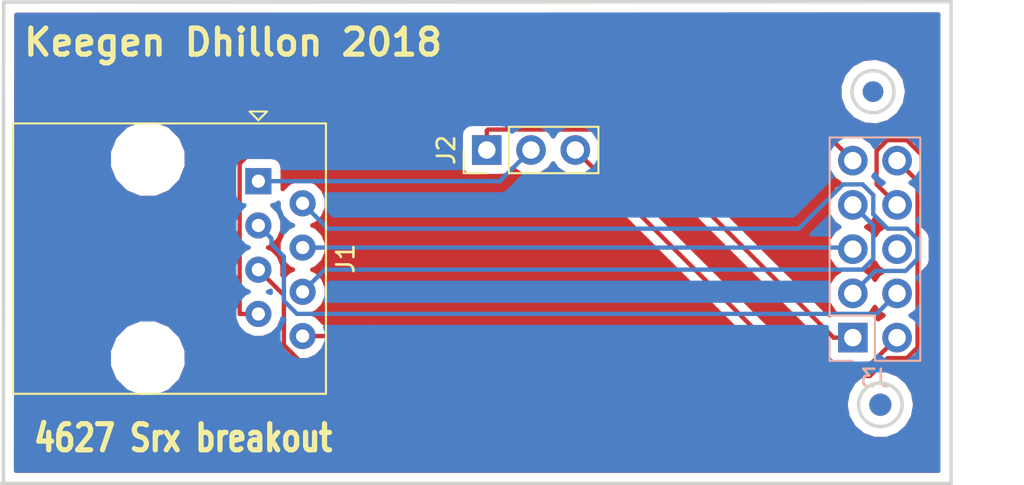
<source format=kicad_pcb>
(kicad_pcb (version 20171130) (host pcbnew "(5.0.0)")

  (general
    (thickness 1.6)
    (drawings 8)
    (tracks 70)
    (zones 0)
    (modules 3)
    (nets 11)
  )

  (page A4)
  (layers
    (0 F.Cu signal)
    (31 B.Cu signal)
    (32 B.Adhes user)
    (33 F.Adhes user)
    (34 B.Paste user)
    (35 F.Paste user)
    (36 B.SilkS user)
    (37 F.SilkS user)
    (38 B.Mask user)
    (39 F.Mask user)
    (40 Dwgs.User user)
    (41 Cmts.User user)
    (42 Eco1.User user)
    (43 Eco2.User user)
    (44 Edge.Cuts user)
    (45 Margin user)
    (46 B.CrtYd user)
    (47 F.CrtYd user)
    (48 B.Fab user)
    (49 F.Fab user)
  )

  (setup
    (last_trace_width 0.25)
    (trace_clearance 0.2)
    (zone_clearance 0.508)
    (zone_45_only no)
    (trace_min 0.2)
    (segment_width 0.2)
    (edge_width 0.2)
    (via_size 0.8)
    (via_drill 0.4)
    (via_min_size 0.4)
    (via_min_drill 0.3)
    (uvia_size 0.3)
    (uvia_drill 0.1)
    (uvias_allowed no)
    (uvia_min_size 0.2)
    (uvia_min_drill 0.1)
    (pcb_text_width 0.3)
    (pcb_text_size 1.5 1.5)
    (mod_edge_width 0.15)
    (mod_text_size 1 1)
    (mod_text_width 0.15)
    (pad_size 1.524 1.524)
    (pad_drill 0.762)
    (pad_to_mask_clearance 0.2)
    (aux_axis_origin 0 0)
    (visible_elements 7FFFFFFF)
    (pcbplotparams
      (layerselection 0x010fc_ffffffff)
      (usegerberextensions false)
      (usegerberattributes false)
      (usegerberadvancedattributes false)
      (creategerberjobfile false)
      (excludeedgelayer true)
      (linewidth 0.100000)
      (plotframeref false)
      (viasonmask false)
      (mode 1)
      (useauxorigin false)
      (hpglpennumber 1)
      (hpglpenspeed 20)
      (hpglpendiameter 15.000000)
      (psnegative false)
      (psa4output false)
      (plotreference true)
      (plotvalue true)
      (plotinvisibletext false)
      (padsonsilk false)
      (subtractmaskfromsilk false)
      (outputformat 1)
      (mirror false)
      (drillshape 0)
      (scaleselection 1)
      (outputdirectory ""))
  )

  (net 0 "")
  (net 1 "Net-(J1-Pad1)")
  (net 2 "Net-(J1-Pad4)")
  (net 3 "Net-(J1-Pad5)")
  (net 4 "Net-(J1-Pad6)")
  (net 5 "Net-(J1-Pad7)")
  (net 6 "Net-(J1-Pad8)")
  (net 7 "Net-(J2-Pad1)")
  (net 8 "Net-(J2-Pad3)")
  (net 9 "Net-(J1-Pad2)")
  (net 10 "Net-(J1-Pad3)")

  (net_class Default "This is the default net class."
    (clearance 0.2)
    (trace_width 0.25)
    (via_dia 0.8)
    (via_drill 0.4)
    (uvia_dia 0.3)
    (uvia_drill 0.1)
    (add_net "Net-(J1-Pad1)")
    (add_net "Net-(J1-Pad2)")
    (add_net "Net-(J1-Pad3)")
    (add_net "Net-(J1-Pad4)")
    (add_net "Net-(J1-Pad5)")
    (add_net "Net-(J1-Pad6)")
    (add_net "Net-(J1-Pad7)")
    (add_net "Net-(J1-Pad8)")
    (add_net "Net-(J2-Pad1)")
    (add_net "Net-(J2-Pad3)")
  )

  (module Connector_RJ:RJ45_Amphenol_54602-x08_Horizontal (layer F.Cu) (tedit 5B103613) (tstamp 5BE5CF78)
    (at 98.14 63.23 270)
    (descr "8 Pol Shallow Latch Connector, Modjack, RJ45 (https://cdn.amphenol-icc.com/media/wysiwyg/files/drawing/c-bmj-0102.pdf)")
    (tags RJ45)
    (path /5C23E42B)
    (fp_text reference J1 (at 4.445 -5 270) (layer F.SilkS)
      (effects (font (size 1 1) (thickness 0.15)))
    )
    (fp_text value RJ45 (at 4.445 4 270) (layer F.Fab)
      (effects (font (size 1 1) (thickness 0.15)))
    )
    (fp_line (start 12.6 14.47) (end -3.71 14.47) (layer F.CrtYd) (width 0.05))
    (fp_line (start 12.6 14.47) (end 12.6 -4.27) (layer F.CrtYd) (width 0.05))
    (fp_line (start -3.71 -4.27) (end -3.71 14.47) (layer F.CrtYd) (width 0.05))
    (fp_line (start -3.71 -4.27) (end 12.6 -4.27) (layer F.CrtYd) (width 0.05))
    (fp_line (start -3.315 -3.88) (end -3.315 14.08) (layer F.SilkS) (width 0.12))
    (fp_line (start 12.205 -3.88) (end -3.315 -3.88) (layer F.SilkS) (width 0.12))
    (fp_line (start 12.205 -3.88) (end 12.205 14.08) (layer F.SilkS) (width 0.12))
    (fp_line (start -3.315 14.08) (end 12.205 14.08) (layer F.SilkS) (width 0.12))
    (fp_line (start -3.205 -2.77) (end -2.205 -3.77) (layer F.Fab) (width 0.12))
    (fp_line (start -2.205 -3.77) (end 12.095 -3.77) (layer F.Fab) (width 0.12))
    (fp_line (start 12.095 -3.77) (end 12.095 13.97) (layer F.Fab) (width 0.12))
    (fp_line (start 12.095 13.97) (end -3.205 13.97) (layer F.Fab) (width 0.12))
    (fp_line (start -3.205 13.97) (end -3.205 -2.77) (layer F.Fab) (width 0.12))
    (fp_line (start -3.5 0) (end -4 -0.5) (layer F.SilkS) (width 0.12))
    (fp_line (start -4 -0.5) (end -4 0.5) (layer F.SilkS) (width 0.12))
    (fp_line (start -4 0.5) (end -3.5 0) (layer F.SilkS) (width 0.12))
    (fp_text user %R (at 4.445 2 270) (layer F.Fab)
      (effects (font (size 1 1) (thickness 0.15)))
    )
    (pad 8 thru_hole circle (at 8.89 -2.54 270) (size 1.5 1.5) (drill 0.76) (layers *.Cu *.Mask)
      (net 6 "Net-(J1-Pad8)"))
    (pad 7 thru_hole circle (at 7.62 0 270) (size 1.5 1.5) (drill 0.76) (layers *.Cu *.Mask)
      (net 5 "Net-(J1-Pad7)"))
    (pad 6 thru_hole circle (at 6.35 -2.54 270) (size 1.5 1.5) (drill 0.76) (layers *.Cu *.Mask)
      (net 4 "Net-(J1-Pad6)"))
    (pad 5 thru_hole circle (at 5.08 0 270) (size 1.5 1.5) (drill 0.76) (layers *.Cu *.Mask)
      (net 3 "Net-(J1-Pad5)"))
    (pad 4 thru_hole circle (at 3.81 -2.54 270) (size 1.5 1.5) (drill 0.76) (layers *.Cu *.Mask)
      (net 2 "Net-(J1-Pad4)"))
    (pad 3 thru_hole circle (at 2.54 0 270) (size 1.5 1.5) (drill 0.76) (layers *.Cu *.Mask)
      (net 10 "Net-(J1-Pad3)"))
    (pad 2 thru_hole circle (at 1.27 -2.54 270) (size 1.5 1.5) (drill 0.76) (layers *.Cu *.Mask)
      (net 9 "Net-(J1-Pad2)"))
    (pad 1 thru_hole rect (at 0 0 270) (size 1.5 1.5) (drill 0.76) (layers *.Cu *.Mask)
      (net 1 "Net-(J1-Pad1)"))
    (pad "" np_thru_hole circle (at -1.27 6.35 270) (size 3.2 3.2) (drill 3.2) (layers *.Cu *.Mask))
    (pad "" np_thru_hole circle (at 10.16 6.35 270) (size 3.2 3.2) (drill 3.2) (layers *.Cu *.Mask))
    (model ${KISYS3DMOD}/Connector_RJ.3dshapes/RJ45_Amphenol_54602-x08_Horizontal.wrl
      (at (xyz 0 0 0))
      (scale (xyz 1 1 1))
      (rotate (xyz 0 0 0))
    )
  )

  (module Connector_PinHeader_2.54mm:PinHeader_1x03_P2.54mm_Vertical (layer F.Cu) (tedit 59FED5CC) (tstamp 5BE5CF8F)
    (at 111.25 61.44 90)
    (descr "Through hole straight pin header, 1x03, 2.54mm pitch, single row")
    (tags "Through hole pin header THT 1x03 2.54mm single row")
    (path /5BCD22FE)
    (fp_text reference J2 (at 0 -2.33 90) (layer F.SilkS)
      (effects (font (size 1 1) (thickness 0.15)))
    )
    (fp_text value Conn_01x03 (at 0 7.41 90) (layer F.Fab)
      (effects (font (size 1 1) (thickness 0.15)))
    )
    (fp_text user %R (at 0 2.54 180) (layer F.Fab)
      (effects (font (size 1 1) (thickness 0.15)))
    )
    (fp_line (start 1.8 -1.8) (end -1.8 -1.8) (layer F.CrtYd) (width 0.05))
    (fp_line (start 1.8 6.85) (end 1.8 -1.8) (layer F.CrtYd) (width 0.05))
    (fp_line (start -1.8 6.85) (end 1.8 6.85) (layer F.CrtYd) (width 0.05))
    (fp_line (start -1.8 -1.8) (end -1.8 6.85) (layer F.CrtYd) (width 0.05))
    (fp_line (start -1.33 -1.33) (end 0 -1.33) (layer F.SilkS) (width 0.12))
    (fp_line (start -1.33 0) (end -1.33 -1.33) (layer F.SilkS) (width 0.12))
    (fp_line (start -1.33 1.27) (end 1.33 1.27) (layer F.SilkS) (width 0.12))
    (fp_line (start 1.33 1.27) (end 1.33 6.41) (layer F.SilkS) (width 0.12))
    (fp_line (start -1.33 1.27) (end -1.33 6.41) (layer F.SilkS) (width 0.12))
    (fp_line (start -1.33 6.41) (end 1.33 6.41) (layer F.SilkS) (width 0.12))
    (fp_line (start -1.27 -0.635) (end -0.635 -1.27) (layer F.Fab) (width 0.1))
    (fp_line (start -1.27 6.35) (end -1.27 -0.635) (layer F.Fab) (width 0.1))
    (fp_line (start 1.27 6.35) (end -1.27 6.35) (layer F.Fab) (width 0.1))
    (fp_line (start 1.27 -1.27) (end 1.27 6.35) (layer F.Fab) (width 0.1))
    (fp_line (start -0.635 -1.27) (end 1.27 -1.27) (layer F.Fab) (width 0.1))
    (pad 3 thru_hole oval (at 0 5.08 90) (size 1.7 1.7) (drill 1) (layers *.Cu *.Mask)
      (net 8 "Net-(J2-Pad3)"))
    (pad 2 thru_hole oval (at 0 2.54 90) (size 1.7 1.7) (drill 1) (layers *.Cu *.Mask)
      (net 1 "Net-(J1-Pad1)"))
    (pad 1 thru_hole rect (at 0 0 90) (size 1.7 1.7) (drill 1) (layers *.Cu *.Mask)
      (net 7 "Net-(J2-Pad1)"))
    (model ${KISYS3DMOD}/Connector_PinHeader_2.54mm.3dshapes/PinHeader_1x03_P2.54mm_Vertical.wrl
      (at (xyz 0 0 0))
      (scale (xyz 1 1 1))
      (rotate (xyz 0 0 0))
    )
  )

  (module Connector_PinHeader_2.54mm:PinHeader_2x05_P2.54mm_Vertical (layer B.Cu) (tedit 59FED5CC) (tstamp 5BE5CFAF)
    (at 132.26 72.21)
    (descr "Through hole straight pin header, 2x05, 2.54mm pitch, double rows")
    (tags "Through hole pin header THT 2x05 2.54mm double row")
    (path /5BCD2483)
    (fp_text reference J3 (at 1.27 2.33) (layer B.SilkS)
      (effects (font (size 1 1) (thickness 0.15)) (justify mirror))
    )
    (fp_text value Conn_02x05_Odd_Even (at 1.27 -12.49) (layer B.Fab)
      (effects (font (size 1 1) (thickness 0.15)) (justify mirror))
    )
    (fp_text user %R (at 1.27 -5.08 -90) (layer B.Fab)
      (effects (font (size 1 1) (thickness 0.15)) (justify mirror))
    )
    (fp_line (start 4.35 1.8) (end -1.8 1.8) (layer B.CrtYd) (width 0.05))
    (fp_line (start 4.35 -11.95) (end 4.35 1.8) (layer B.CrtYd) (width 0.05))
    (fp_line (start -1.8 -11.95) (end 4.35 -11.95) (layer B.CrtYd) (width 0.05))
    (fp_line (start -1.8 1.8) (end -1.8 -11.95) (layer B.CrtYd) (width 0.05))
    (fp_line (start -1.33 1.33) (end 0 1.33) (layer B.SilkS) (width 0.12))
    (fp_line (start -1.33 0) (end -1.33 1.33) (layer B.SilkS) (width 0.12))
    (fp_line (start 1.27 1.33) (end 3.87 1.33) (layer B.SilkS) (width 0.12))
    (fp_line (start 1.27 -1.27) (end 1.27 1.33) (layer B.SilkS) (width 0.12))
    (fp_line (start -1.33 -1.27) (end 1.27 -1.27) (layer B.SilkS) (width 0.12))
    (fp_line (start 3.87 1.33) (end 3.87 -11.49) (layer B.SilkS) (width 0.12))
    (fp_line (start -1.33 -1.27) (end -1.33 -11.49) (layer B.SilkS) (width 0.12))
    (fp_line (start -1.33 -11.49) (end 3.87 -11.49) (layer B.SilkS) (width 0.12))
    (fp_line (start -1.27 0) (end 0 1.27) (layer B.Fab) (width 0.1))
    (fp_line (start -1.27 -11.43) (end -1.27 0) (layer B.Fab) (width 0.1))
    (fp_line (start 3.81 -11.43) (end -1.27 -11.43) (layer B.Fab) (width 0.1))
    (fp_line (start 3.81 1.27) (end 3.81 -11.43) (layer B.Fab) (width 0.1))
    (fp_line (start 0 1.27) (end 3.81 1.27) (layer B.Fab) (width 0.1))
    (pad 10 thru_hole oval (at 2.54 -10.16) (size 1.7 1.7) (drill 1) (layers *.Cu *.Mask)
      (net 6 "Net-(J1-Pad8)"))
    (pad 9 thru_hole oval (at 0 -10.16) (size 1.7 1.7) (drill 1) (layers *.Cu *.Mask)
      (net 5 "Net-(J1-Pad7)"))
    (pad 8 thru_hole oval (at 2.54 -7.62) (size 1.7 1.7) (drill 1) (layers *.Cu *.Mask)
      (net 3 "Net-(J1-Pad5)"))
    (pad 7 thru_hole oval (at 0 -7.62) (size 1.7 1.7) (drill 1) (layers *.Cu *.Mask)
      (net 4 "Net-(J1-Pad6)"))
    (pad 6 thru_hole oval (at 2.54 -5.08) (size 1.7 1.7) (drill 1) (layers *.Cu *.Mask))
    (pad 5 thru_hole oval (at 0 -5.08) (size 1.7 1.7) (drill 1) (layers *.Cu *.Mask)
      (net 2 "Net-(J1-Pad4)"))
    (pad 4 thru_hole oval (at 2.54 -2.54) (size 1.7 1.7) (drill 1) (layers *.Cu *.Mask)
      (net 10 "Net-(J1-Pad3)"))
    (pad 3 thru_hole oval (at 0 -2.54) (size 1.7 1.7) (drill 1) (layers *.Cu *.Mask)
      (net 9 "Net-(J1-Pad2)"))
    (pad 2 thru_hole oval (at 2.54 0) (size 1.7 1.7) (drill 1) (layers *.Cu *.Mask)
      (net 8 "Net-(J2-Pad3)"))
    (pad 1 thru_hole rect (at 0 0) (size 1.7 1.7) (drill 1) (layers *.Cu *.Mask)
      (net 7 "Net-(J2-Pad1)"))
    (model ${KISYS3DMOD}/Connector_PinHeader_2.54mm.3dshapes/PinHeader_2x05_P2.54mm_Vertical.wrl
      (at (xyz 0 0 0))
      (scale (xyz 1 1 1))
      (rotate (xyz 0 0 0))
    )
  )

  (gr_text "4627 Srx breakout \n" (at 94.28 77.97) (layer F.SilkS)
    (effects (font (size 1.5 1.2) (thickness 0.3)))
  )
  (gr_text "Keegen Dhillon 2018 " (at 97.26 55.26) (layer F.SilkS)
    (effects (font (size 1.5 1.5) (thickness 0.3)))
  )
  (gr_line (start 83.52 52.95) (end 83.5 80.57) (layer Edge.Cuts) (width 0.2))
  (gr_line (start 137.9 52.93) (end 83.52 52.95) (layer Edge.Cuts) (width 0.2))
  (gr_line (start 137.9 80.58) (end 83.41 80.58) (layer Edge.Cuts) (width 0.2))
  (gr_line (start 137.9 52.93) (end 137.9 80.58) (layer Edge.Cuts) (width 0.2))
  (gr_circle (center 133.84 76.06) (end 135.09 76.06) (layer Edge.Cuts) (width 0.2))
  (gr_circle (center 133.42 58.09) (end 134.62 57.97) (layer Edge.Cuts) (width 0.2))

  (segment (start 112 63.23) (end 113.79 61.44) (width 0.25) (layer B.Cu) (net 1))
  (segment (start 98.14 63.23) (end 112 63.23) (width 0.25) (layer B.Cu) (net 1))
  (segment (start 100.68 67.04) (end 101.74066 67.04) (width 0.25) (layer B.Cu) (net 2) (status 10))
  (segment (start 132.17 67.04) (end 132.26 67.13) (width 0.25) (layer B.Cu) (net 2))
  (segment (start 100.68 67.04) (end 132.17 67.04) (width 0.25) (layer B.Cu) (net 2))
  (segment (start 135.125452 78.967797) (end 137.01 77.083249) (width 0.25) (layer F.Cu) (net 3))
  (segment (start 105.936795 78.967797) (end 135.125452 78.967797) (width 0.25) (layer F.Cu) (net 3))
  (segment (start 99.604999 72.636001) (end 105.936795 78.967797) (width 0.25) (layer F.Cu) (net 3))
  (segment (start 98.14 68.31) (end 99.604999 69.774999) (width 0.25) (layer F.Cu) (net 3))
  (segment (start 99.604999 69.774999) (end 99.604999 72.636001) (width 0.25) (layer F.Cu) (net 3))
  (segment (start 133.624999 63.414999) (end 133.950001 63.740001) (width 0.25) (layer F.Cu) (net 3))
  (segment (start 133.624999 61.485999) (end 133.624999 63.414999) (width 0.25) (layer F.Cu) (net 3))
  (segment (start 134.235999 60.874999) (end 133.624999 61.485999) (width 0.25) (layer F.Cu) (net 3))
  (segment (start 135.364001 60.874999) (end 134.235999 60.874999) (width 0.25) (layer F.Cu) (net 3))
  (segment (start 133.950001 63.740001) (end 134.8 64.59) (width 0.25) (layer F.Cu) (net 3))
  (segment (start 137.01 62.520998) (end 135.364001 60.874999) (width 0.25) (layer F.Cu) (net 3))
  (segment (start 137.01 77.083249) (end 137.01 62.520998) (width 0.25) (layer F.Cu) (net 3))
  (segment (start 133.109999 65.439999) (end 132.26 64.59) (width 0.25) (layer B.Cu) (net 4))
  (segment (start 133.435001 65.765001) (end 133.109999 65.439999) (width 0.25) (layer B.Cu) (net 4))
  (segment (start 133.435001 67.694001) (end 133.435001 65.765001) (width 0.25) (layer B.Cu) (net 4))
  (segment (start 132.824001 68.305001) (end 133.435001 67.694001) (width 0.25) (layer B.Cu) (net 4))
  (segment (start 101.954999 68.305001) (end 132.824001 68.305001) (width 0.25) (layer B.Cu) (net 4))
  (segment (start 100.68 69.58) (end 101.954999 68.305001) (width 0.25) (layer B.Cu) (net 4))
  (segment (start 131.410001 61.200001) (end 132.26 62.05) (width 0.25) (layer F.Cu) (net 5))
  (segment (start 130.024989 59.814989) (end 131.410001 61.200001) (width 0.25) (layer F.Cu) (net 5))
  (segment (start 99.470009 59.814989) (end 130.024989 59.814989) (width 0.25) (layer F.Cu) (net 5))
  (segment (start 97.064999 62.219999) (end 99.470009 59.814989) (width 0.25) (layer F.Cu) (net 5))
  (segment (start 97.064999 70.835659) (end 97.064999 62.219999) (width 0.25) (layer F.Cu) (net 5))
  (segment (start 97.07934 70.85) (end 97.064999 70.835659) (width 0.25) (layer F.Cu) (net 5))
  (segment (start 98.14 70.85) (end 97.07934 70.85) (width 0.25) (layer F.Cu) (net 5))
  (segment (start 135.649999 62.899999) (end 134.8 62.05) (width 0.25) (layer F.Cu) (net 6))
  (segment (start 135.975001 63.225001) (end 135.649999 62.899999) (width 0.25) (layer F.Cu) (net 6))
  (segment (start 135.975001 72.774001) (end 135.975001 63.225001) (width 0.25) (layer F.Cu) (net 6))
  (segment (start 135.364001 73.385001) (end 135.975001 72.774001) (width 0.25) (layer F.Cu) (net 6))
  (segment (start 133.236401 74.410009) (end 134.261409 73.385001) (width 0.25) (layer F.Cu) (net 6))
  (segment (start 107.139011 74.410009) (end 133.236401 74.410009) (width 0.25) (layer F.Cu) (net 6))
  (segment (start 104.849002 72.12) (end 107.139011 74.410009) (width 0.25) (layer F.Cu) (net 6))
  (segment (start 134.261409 73.385001) (end 135.364001 73.385001) (width 0.25) (layer F.Cu) (net 6))
  (segment (start 100.68 72.12) (end 104.849002 72.12) (width 0.25) (layer F.Cu) (net 6))
  (segment (start 111.25 60.34) (end 111.25 61.44) (width 0.25) (layer F.Cu) (net 7))
  (segment (start 111.325001 60.264999) (end 111.25 60.34) (width 0.25) (layer F.Cu) (net 7))
  (segment (start 119.214999 60.264999) (end 111.325001 60.264999) (width 0.25) (layer F.Cu) (net 7))
  (segment (start 131.16 72.21) (end 119.214999 60.264999) (width 0.25) (layer F.Cu) (net 7))
  (segment (start 132.26 72.21) (end 131.16 72.21) (width 0.25) (layer F.Cu) (net 7))
  (segment (start 117.179999 62.289999) (end 116.33 61.44) (width 0.25) (layer F.Cu) (net 8))
  (segment (start 128.85 73.96) (end 117.179999 62.289999) (width 0.25) (layer F.Cu) (net 8))
  (segment (start 133.05 73.96) (end 128.85 73.96) (width 0.25) (layer F.Cu) (net 8))
  (segment (start 134.8 72.21) (end 133.05 73.96) (width 0.25) (layer F.Cu) (net 8))
  (segment (start 133.109999 68.820001) (end 132.26 69.67) (width 0.25) (layer B.Cu) (net 9))
  (segment (start 135.289002 68.38) (end 133.55 68.38) (width 0.25) (layer B.Cu) (net 9))
  (segment (start 135.975001 67.694001) (end 135.289002 68.38) (width 0.25) (layer B.Cu) (net 9))
  (segment (start 135.975001 66.565999) (end 135.975001 67.694001) (width 0.25) (layer B.Cu) (net 9))
  (segment (start 135.364001 65.954999) (end 135.975001 66.565999) (width 0.25) (layer B.Cu) (net 9))
  (segment (start 134.261409 65.954999) (end 135.364001 65.954999) (width 0.25) (layer B.Cu) (net 9))
  (segment (start 133.435001 64.025999) (end 133.435001 65.128591) (width 0.25) (layer B.Cu) (net 9))
  (segment (start 132.824001 63.414999) (end 133.435001 64.025999) (width 0.25) (layer B.Cu) (net 9))
  (segment (start 131.695999 63.414999) (end 132.824001 63.414999) (width 0.25) (layer B.Cu) (net 9))
  (segment (start 133.55 68.38) (end 133.109999 68.820001) (width 0.25) (layer B.Cu) (net 9))
  (segment (start 133.435001 65.128591) (end 134.261409 65.954999) (width 0.25) (layer B.Cu) (net 9))
  (segment (start 129.155999 65.954999) (end 131.695999 63.414999) (width 0.25) (layer B.Cu) (net 9))
  (segment (start 102.134999 65.954999) (end 129.155999 65.954999) (width 0.25) (layer B.Cu) (net 9))
  (segment (start 100.68 64.5) (end 102.134999 65.954999) (width 0.25) (layer B.Cu) (net 9))
  (segment (start 133.950001 70.519999) (end 134.8 69.67) (width 0.25) (layer B.Cu) (net 10))
  (segment (start 133.624999 70.845001) (end 133.950001 70.519999) (width 0.25) (layer B.Cu) (net 10))
  (segment (start 100.353999 70.845001) (end 133.624999 70.845001) (width 0.25) (layer B.Cu) (net 10))
  (segment (start 99.604999 70.096001) (end 100.353999 70.845001) (width 0.25) (layer B.Cu) (net 10))
  (segment (start 99.604999 67.556001) (end 99.604999 70.096001) (width 0.25) (layer B.Cu) (net 10))
  (segment (start 98.889999 66.841001) (end 99.604999 67.556001) (width 0.25) (layer B.Cu) (net 10))
  (segment (start 98.889999 66.519999) (end 98.889999 66.841001) (width 0.25) (layer B.Cu) (net 10))
  (segment (start 98.14 65.77) (end 98.889999 66.519999) (width 0.25) (layer B.Cu) (net 10))

  (zone (net 0) (net_name "") (layer F.Cu) (tstamp 0) (hatch edge 0.508)
    (connect_pads (clearance 0.508))
    (min_thickness 0.254)
    (keepout (tracks not_allowed) (vias not_allowed) (copperpour allowed))
    (fill (arc_segments 16) (thermal_gap 0.508) (thermal_bridge_width 0.508))
    (polygon
      (pts
        (xy 83.6 80.48) (xy 83.62 53.05) (xy 137.8 53.03) (xy 137.8 80.48)
      )
    )
  )
  (zone (net 0) (net_name "") (layer B.Cu) (tstamp 0) (hatch edge 0.508)
    (connect_pads (clearance 0.508))
    (min_thickness 0.254)
    (keepout (tracks not_allowed) (vias not_allowed) (copperpour allowed))
    (fill (arc_segments 16) (thermal_gap 0.508) (thermal_bridge_width 0.508))
    (polygon
      (pts
        (xy 83.6 80.48) (xy 137.8 80.48) (xy 137.8 53.03) (xy 83.62 53.05)
      )
    )
  )
  (zone (net 0) (net_name "") (layer F.Cu) (tstamp 5C05B6E5) (hatch edge 0.508)
    (connect_pads (clearance 0.508))
    (min_thickness 0.254)
    (fill yes (arc_segments 16) (thermal_gap 0.508) (thermal_bridge_width 0.508))
    (polygon
      (pts
        (xy 83.62 53.05) (xy 83.6 80.48) (xy 137.8 80.48) (xy 137.8 53.03)
      )
    )
    (filled_polygon
      (pts
        (xy 137.165 61.601197) (xy 135.954332 60.390529) (xy 135.91193 60.32707) (xy 135.660538 60.159095) (xy 135.438853 60.114999)
        (xy 135.438848 60.114999) (xy 135.364001 60.100111) (xy 135.289154 60.114999) (xy 134.310845 60.114999) (xy 134.235998 60.100111)
        (xy 134.161151 60.114999) (xy 134.161147 60.114999) (xy 133.939462 60.159095) (xy 133.93946 60.159096) (xy 133.939461 60.159096)
        (xy 133.751525 60.28467) (xy 133.751523 60.284672) (xy 133.68807 60.32707) (xy 133.645671 60.390524) (xy 133.166492 60.869705)
        (xy 132.839418 60.651161) (xy 132.406256 60.565) (xy 132.113744 60.565) (xy 131.893593 60.608791) (xy 130.61532 59.330519)
        (xy 130.572918 59.26706) (xy 130.321526 59.099085) (xy 130.099841 59.054989) (xy 130.099836 59.054989) (xy 130.024989 59.040101)
        (xy 129.950142 59.054989) (xy 99.544857 59.054989) (xy 99.470009 59.040101) (xy 99.395161 59.054989) (xy 99.395157 59.054989)
        (xy 99.221614 59.089509) (xy 99.173471 59.099085) (xy 98.986427 59.224065) (xy 98.92208 59.26706) (xy 98.87968 59.330516)
        (xy 96.580527 61.62967) (xy 96.517071 61.67207) (xy 96.474671 61.735526) (xy 96.47467 61.735527) (xy 96.349096 61.923462)
        (xy 96.290111 62.219999) (xy 96.305 62.294851) (xy 96.304999 70.760812) (xy 96.290111 70.835659) (xy 96.304999 70.910506)
        (xy 96.304999 70.91051) (xy 96.349095 71.132195) (xy 96.51707 71.383588) (xy 96.525667 71.389332) (xy 96.531411 71.397929)
        (xy 96.782803 71.565904) (xy 96.951306 71.599422) (xy 96.965853 71.63454) (xy 97.35546 72.024147) (xy 97.864506 72.235)
        (xy 98.415494 72.235) (xy 98.845 72.057094) (xy 98.845 72.561149) (xy 98.830111 72.636001) (xy 98.889096 72.932538)
        (xy 98.993283 73.088464) (xy 99.057071 73.18393) (xy 99.120527 73.22633) (xy 105.346466 79.45227) (xy 105.388866 79.515726)
        (xy 105.452322 79.558126) (xy 105.640257 79.683701) (xy 105.6884 79.693277) (xy 105.861943 79.727797) (xy 105.861947 79.727797)
        (xy 105.936795 79.742685) (xy 106.011643 79.727797) (xy 135.050605 79.727797) (xy 135.125452 79.742685) (xy 135.200299 79.727797)
        (xy 135.200304 79.727797) (xy 135.421989 79.683701) (xy 135.673381 79.515726) (xy 135.715783 79.452267) (xy 137.165001 78.003051)
        (xy 137.165001 79.845) (xy 84.235525 79.845) (xy 84.240494 72.982346) (xy 89.547974 72.982346) (xy 89.555 73.40839)
        (xy 89.555 73.834569) (xy 89.56232 73.85224) (xy 89.562635 73.871363) (xy 89.87464 74.62461) (xy 89.884347 74.629682)
        (xy 89.895259 74.656026) (xy 90.523974 75.284741) (xy 90.550318 75.295653) (xy 90.55539 75.30536) (xy 90.951708 75.461914)
        (xy 91.345431 75.625) (xy 91.36456 75.625) (xy 91.382346 75.632026) (xy 91.80839 75.625) (xy 92.234569 75.625)
        (xy 92.25224 75.61768) (xy 92.271363 75.617365) (xy 93.02461 75.30536) (xy 93.029682 75.295653) (xy 93.056026 75.284741)
        (xy 93.684741 74.656026) (xy 93.695653 74.629682) (xy 93.70536 74.62461) (xy 93.861914 74.228292) (xy 94.025 73.834569)
        (xy 94.025 73.81544) (xy 94.032026 73.797654) (xy 94.025 73.37161) (xy 94.025 72.945431) (xy 94.01768 72.92776)
        (xy 94.017365 72.908637) (xy 93.70536 72.15539) (xy 93.695653 72.150318) (xy 93.684741 72.123974) (xy 93.056026 71.495259)
        (xy 93.029682 71.484347) (xy 93.02461 71.47464) (xy 92.628292 71.318086) (xy 92.234569 71.155) (xy 92.21544 71.155)
        (xy 92.197654 71.147974) (xy 91.77161 71.155) (xy 91.345431 71.155) (xy 91.32776 71.16232) (xy 91.308637 71.162635)
        (xy 90.55539 71.47464) (xy 90.550318 71.484347) (xy 90.523974 71.495259) (xy 89.895259 72.123974) (xy 89.884347 72.150318)
        (xy 89.87464 72.15539) (xy 89.718086 72.551708) (xy 89.555 72.945431) (xy 89.555 72.96456) (xy 89.547974 72.982346)
        (xy 84.240494 72.982346) (xy 84.24877 61.552346) (xy 89.547974 61.552346) (xy 89.555 61.97839) (xy 89.555 62.404569)
        (xy 89.56232 62.42224) (xy 89.562635 62.441363) (xy 89.87464 63.19461) (xy 89.884347 63.199682) (xy 89.895259 63.226026)
        (xy 90.523974 63.854741) (xy 90.550318 63.865653) (xy 90.55539 63.87536) (xy 90.951708 64.031914) (xy 91.345431 64.195)
        (xy 91.36456 64.195) (xy 91.382346 64.202026) (xy 91.80839 64.195) (xy 92.234569 64.195) (xy 92.25224 64.18768)
        (xy 92.271363 64.187365) (xy 93.02461 63.87536) (xy 93.029682 63.865653) (xy 93.056026 63.854741) (xy 93.684741 63.226026)
        (xy 93.695653 63.199682) (xy 93.70536 63.19461) (xy 93.861914 62.798292) (xy 94.025 62.404569) (xy 94.025 62.38544)
        (xy 94.032026 62.367654) (xy 94.025 61.94161) (xy 94.025 61.515431) (xy 94.01768 61.49776) (xy 94.017365 61.478637)
        (xy 93.70536 60.72539) (xy 93.695653 60.720318) (xy 93.684741 60.693974) (xy 93.056026 60.065259) (xy 93.029682 60.054347)
        (xy 93.02461 60.04464) (xy 92.628292 59.888086) (xy 92.234569 59.725) (xy 92.21544 59.725) (xy 92.197654 59.717974)
        (xy 91.77161 59.725) (xy 91.345431 59.725) (xy 91.32776 59.73232) (xy 91.308637 59.732635) (xy 90.55539 60.04464)
        (xy 90.550318 60.054347) (xy 90.523974 60.065259) (xy 89.895259 60.693974) (xy 89.884347 60.720318) (xy 89.87464 60.72539)
        (xy 89.718086 61.121708) (xy 89.555 61.515431) (xy 89.555 61.53456) (xy 89.547974 61.552346) (xy 84.24877 61.552346)
        (xy 84.251521 57.75285) (xy 131.488215 57.75285) (xy 131.496362 58.470891) (xy 131.762454 59.137857) (xy 132.250812 59.664313)
        (xy 132.89595 59.979665) (xy 133.611359 60.041626) (xy 134.301108 59.841888) (xy 134.872707 59.407234) (xy 135.249508 58.795948)
        (xy 135.380985 58.09) (xy 135.38048 58.04551) (xy 135.233021 57.342727) (xy 134.842448 56.740147) (xy 134.261135 56.318573)
        (xy 133.567032 56.134535) (xy 132.853213 56.212711) (xy 132.215396 56.542618) (xy 131.739108 57.080018) (xy 131.488215 57.75285)
        (xy 84.251521 57.75285) (xy 84.254468 53.684729) (xy 137.165 53.66527)
      )
    )
    (filled_polygon
      (pts
        (xy 133.631623 57.669235) (xy 133.768908 57.77363) (xy 133.859407 57.920447) (xy 133.890985 58.09) (xy 133.890864 58.100685)
        (xy 133.855447 58.269478) (xy 133.76164 58.414205) (xy 133.622022 58.515457) (xy 133.455314 58.559659) (xy 133.28387 58.540883)
        (xy 133.130681 58.461647) (xy 133.016287 58.332575) (xy 132.956028 58.170976) (xy 132.957985 57.998519) (xy 133.021894 57.838328)
        (xy 133.139187 57.711885) (xy 133.294135 57.636145) (xy 133.46596 57.621263)
      )
    )
    (filled_polygon
      (pts
        (xy 106.548682 74.894482) (xy 106.591082 74.957938) (xy 106.654538 75.000338) (xy 106.842473 75.125913) (xy 106.890616 75.135489)
        (xy 107.064159 75.170009) (xy 107.064163 75.170009) (xy 107.139011 75.184897) (xy 107.213859 75.170009) (xy 132.073835 75.170009)
        (xy 131.955916 75.37425) (xy 131.835 76.06) (xy 131.955916 76.74575) (xy 132.304081 77.348789) (xy 132.8375 77.796381)
        (xy 133.491835 78.03454) (xy 134.188165 78.03454) (xy 134.8425 77.796381) (xy 135.375919 77.348789) (xy 135.724084 76.74575)
        (xy 135.845 76.06) (xy 135.724084 75.37425) (xy 135.375919 74.771211) (xy 134.8425 74.323619) (xy 134.516315 74.204897)
        (xy 134.576211 74.145001) (xy 135.289154 74.145001) (xy 135.364001 74.159889) (xy 135.438848 74.145001) (xy 135.438853 74.145001)
        (xy 135.660538 74.100905) (xy 135.91193 73.93293) (xy 135.954331 73.869472) (xy 136.25 73.573804) (xy 136.25 76.768446)
        (xy 134.810651 78.207797) (xy 106.251597 78.207797) (xy 101.375025 73.331225) (xy 101.46454 73.294147) (xy 101.854147 72.90454)
        (xy 101.864312 72.88) (xy 104.534201 72.88)
      )
    )
    (filled_polygon
      (pts
        (xy 134.0975 75.613997) (xy 134.234513 75.728964) (xy 134.323942 75.88386) (xy 134.355 76.06) (xy 134.323942 76.23614)
        (xy 134.234513 76.391036) (xy 134.0975 76.506003) (xy 133.929429 76.567176) (xy 133.750571 76.567176) (xy 133.5825 76.506003)
        (xy 133.445487 76.391036) (xy 133.356058 76.23614) (xy 133.325 76.06) (xy 133.356058 75.88386) (xy 133.445487 75.728964)
        (xy 133.5825 75.613997) (xy 133.750571 75.552824) (xy 133.929429 75.552824)
      )
    )
    (filled_polygon
      (pts
        (xy 109.75256 60.59) (xy 109.75256 62.29) (xy 109.801843 62.537765) (xy 109.942191 62.747809) (xy 110.152235 62.888157)
        (xy 110.4 62.93744) (xy 112.1 62.93744) (xy 112.347765 62.888157) (xy 112.557809 62.747809) (xy 112.698157 62.537765)
        (xy 112.707184 62.492381) (xy 112.719375 62.510625) (xy 113.210582 62.838839) (xy 113.643744 62.925) (xy 113.936256 62.925)
        (xy 114.369418 62.838839) (xy 114.860625 62.510625) (xy 115.06 62.212239) (xy 115.259375 62.510625) (xy 115.750582 62.838839)
        (xy 116.183744 62.925) (xy 116.476256 62.925) (xy 116.696408 62.881209) (xy 127.465207 73.650009) (xy 107.453813 73.650009)
        (xy 105.439333 71.63553) (xy 105.396931 71.572071) (xy 105.145539 71.404096) (xy 104.923854 71.36) (xy 104.923849 71.36)
        (xy 104.849002 71.345112) (xy 104.774155 71.36) (xy 101.864312 71.36) (xy 101.854147 71.33546) (xy 101.46454 70.945853)
        (xy 101.23313 70.85) (xy 101.46454 70.754147) (xy 101.854147 70.36454) (xy 102.065 69.855494) (xy 102.065 69.304506)
        (xy 101.854147 68.79546) (xy 101.46454 68.405853) (xy 101.23313 68.31) (xy 101.46454 68.214147) (xy 101.854147 67.82454)
        (xy 102.065 67.315494) (xy 102.065 66.764506) (xy 101.854147 66.25546) (xy 101.46454 65.865853) (xy 101.23313 65.77)
        (xy 101.46454 65.674147) (xy 101.854147 65.28454) (xy 102.065 64.775494) (xy 102.065 64.224506) (xy 101.854147 63.71546)
        (xy 101.46454 63.325853) (xy 100.955494 63.115) (xy 100.404506 63.115) (xy 99.89546 63.325853) (xy 99.53744 63.683873)
        (xy 99.53744 62.48) (xy 99.488157 62.232235) (xy 99.347809 62.022191) (xy 99.137765 61.881843) (xy 98.89 61.83256)
        (xy 98.527239 61.83256) (xy 99.784811 60.574989) (xy 109.755546 60.574989)
      )
    )
    (filled_polygon
      (pts
        (xy 130.569673 72.694476) (xy 130.612071 72.757929) (xy 130.675524 72.800327) (xy 130.675526 72.800329) (xy 130.748148 72.848853)
        (xy 130.76256 72.858483) (xy 130.76256 73.06) (xy 130.790407 73.2) (xy 129.164802 73.2) (xy 117.771209 61.806408)
        (xy 117.844092 61.44) (xy 117.761543 61.024999) (xy 118.900198 61.024999)
      )
    )
    (filled_polygon
      (pts
        (xy 133.729375 70.740625) (xy 134.027761 70.94) (xy 133.729375 71.139375) (xy 133.717184 71.157619) (xy 133.708157 71.112235)
        (xy 133.567809 70.902191) (xy 133.357765 70.761843) (xy 133.312381 70.752816) (xy 133.330625 70.740625) (xy 133.53 70.442239)
      )
    )
    (filled_polygon
      (pts
        (xy 130.818791 61.683593) (xy 130.745908 62.05) (xy 130.861161 62.629418) (xy 131.189375 63.120625) (xy 131.487761 63.32)
        (xy 131.189375 63.519375) (xy 130.861161 64.010582) (xy 130.745908 64.59) (xy 130.861161 65.169418) (xy 131.189375 65.660625)
        (xy 131.487761 65.86) (xy 131.189375 66.059375) (xy 130.861161 66.550582) (xy 130.745908 67.13) (xy 130.861161 67.709418)
        (xy 131.189375 68.200625) (xy 131.487761 68.4) (xy 131.189375 68.599375) (xy 130.861161 69.090582) (xy 130.745908 69.67)
        (xy 130.861161 70.249418) (xy 131.189375 70.740625) (xy 131.207619 70.752816) (xy 131.162235 70.761843) (xy 130.952191 70.902191)
        (xy 130.942098 70.917296) (xy 120.59979 60.574989) (xy 129.710188 60.574989)
      )
    )
    (filled_polygon
      (pts
        (xy 133.729375 68.200625) (xy 134.027761 68.4) (xy 133.729375 68.599375) (xy 133.53 68.897761) (xy 133.330625 68.599375)
        (xy 133.032239 68.4) (xy 133.330625 68.200625) (xy 133.53 67.902239)
      )
    )
    (filled_polygon
      (pts
        (xy 99.295 64.775494) (xy 99.505853 65.28454) (xy 99.89546 65.674147) (xy 100.12687 65.77) (xy 99.89546 65.865853)
        (xy 99.505853 66.25546) (xy 99.295 66.764506) (xy 99.295 67.315494) (xy 99.505853 67.82454) (xy 99.89546 68.214147)
        (xy 100.12687 68.31) (xy 99.89546 68.405853) (xy 99.603058 68.698255) (xy 99.514835 68.610033) (xy 99.525 68.585494)
        (xy 99.525 68.034506) (xy 99.314147 67.52546) (xy 98.92454 67.135853) (xy 98.69313 67.04) (xy 98.92454 66.944147)
        (xy 99.314147 66.55454) (xy 99.525 66.045494) (xy 99.525 65.494506) (xy 99.314147 64.98546) (xy 98.945156 64.616469)
        (xy 99.137765 64.578157) (xy 99.295 64.473095)
      )
    )
    (filled_polygon
      (pts
        (xy 133.729375 65.660625) (xy 134.027761 65.86) (xy 133.729375 66.059375) (xy 133.53 66.357761) (xy 133.330625 66.059375)
        (xy 133.032239 65.86) (xy 133.330625 65.660625) (xy 133.53 65.362239)
      )
    )
  )
  (zone (net 0) (net_name "") (layer B.Cu) (tstamp 5C05B6E2) (hatch edge 0.508)
    (connect_pads (clearance 0.508))
    (min_thickness 0.254)
    (fill yes (arc_segments 16) (thermal_gap 0.508) (thermal_bridge_width 0.508))
    (polygon
      (pts
        (xy 137.8 53.03) (xy 83.62 53.05) (xy 83.6 80.48) (xy 137.8 80.48)
      )
    )
    (filled_polygon
      (pts
        (xy 137.165001 79.845) (xy 84.235525 79.845) (xy 84.238265 76.06) (xy 131.835 76.06) (xy 131.955916 76.74575)
        (xy 132.304081 77.348789) (xy 132.8375 77.796381) (xy 133.491835 78.03454) (xy 134.188165 78.03454) (xy 134.8425 77.796381)
        (xy 135.375919 77.348789) (xy 135.724084 76.74575) (xy 135.845 76.06) (xy 135.724084 75.37425) (xy 135.375919 74.771211)
        (xy 134.8425 74.323619) (xy 134.188165 74.08546) (xy 133.491835 74.08546) (xy 132.8375 74.323619) (xy 132.304081 74.771211)
        (xy 131.955916 75.37425) (xy 131.835 76.06) (xy 84.238265 76.06) (xy 84.240494 72.982346) (xy 89.547974 72.982346)
        (xy 89.555 73.40839) (xy 89.555 73.834569) (xy 89.56232 73.85224) (xy 89.562635 73.871363) (xy 89.87464 74.62461)
        (xy 89.884347 74.629682) (xy 89.895259 74.656026) (xy 90.523974 75.284741) (xy 90.550318 75.295653) (xy 90.55539 75.30536)
        (xy 90.951708 75.461914) (xy 91.345431 75.625) (xy 91.36456 75.625) (xy 91.382346 75.632026) (xy 91.80839 75.625)
        (xy 92.234569 75.625) (xy 92.25224 75.61768) (xy 92.271363 75.617365) (xy 93.02461 75.30536) (xy 93.029682 75.295653)
        (xy 93.056026 75.284741) (xy 93.684741 74.656026) (xy 93.695653 74.629682) (xy 93.70536 74.62461) (xy 93.861914 74.228292)
        (xy 94.025 73.834569) (xy 94.025 73.81544) (xy 94.032026 73.797654) (xy 94.025 73.37161) (xy 94.025 72.945431)
        (xy 94.01768 72.92776) (xy 94.017365 72.908637) (xy 93.70536 72.15539) (xy 93.695653 72.150318) (xy 93.684741 72.123974)
        (xy 93.056026 71.495259) (xy 93.029682 71.484347) (xy 93.02461 71.47464) (xy 92.628292 71.318086) (xy 92.234569 71.155)
        (xy 92.21544 71.155) (xy 92.197654 71.147974) (xy 91.77161 71.155) (xy 91.345431 71.155) (xy 91.32776 71.16232)
        (xy 91.308637 71.162635) (xy 90.55539 71.47464) (xy 90.550318 71.484347) (xy 90.523974 71.495259) (xy 89.895259 72.123974)
        (xy 89.884347 72.150318) (xy 89.87464 72.15539) (xy 89.718086 72.551708) (xy 89.555 72.945431) (xy 89.555 72.96456)
        (xy 89.547974 72.982346) (xy 84.240494 72.982346) (xy 84.24877 61.552346) (xy 89.547974 61.552346) (xy 89.555 61.97839)
        (xy 89.555 62.404569) (xy 89.56232 62.42224) (xy 89.562635 62.441363) (xy 89.87464 63.19461) (xy 89.884347 63.199682)
        (xy 89.895259 63.226026) (xy 90.523974 63.854741) (xy 90.550318 63.865653) (xy 90.55539 63.87536) (xy 90.951708 64.031914)
        (xy 91.345431 64.195) (xy 91.36456 64.195) (xy 91.382346 64.202026) (xy 91.80839 64.195) (xy 92.234569 64.195)
        (xy 92.25224 64.18768) (xy 92.271363 64.187365) (xy 93.02461 63.87536) (xy 93.029682 63.865653) (xy 93.056026 63.854741)
        (xy 93.684741 63.226026) (xy 93.695653 63.199682) (xy 93.70536 63.19461) (xy 93.861914 62.798292) (xy 93.993755 62.48)
        (xy 96.74256 62.48) (xy 96.74256 63.98) (xy 96.791843 64.227765) (xy 96.932191 64.437809) (xy 97.142235 64.578157)
        (xy 97.334844 64.616469) (xy 96.965853 64.98546) (xy 96.755 65.494506) (xy 96.755 66.045494) (xy 96.965853 66.55454)
        (xy 97.35546 66.944147) (xy 97.58687 67.04) (xy 97.35546 67.135853) (xy 96.965853 67.52546) (xy 96.755 68.034506)
        (xy 96.755 68.585494) (xy 96.965853 69.09454) (xy 97.35546 69.484147) (xy 97.58687 69.58) (xy 97.35546 69.675853)
        (xy 96.965853 70.06546) (xy 96.755 70.574506) (xy 96.755 71.125494) (xy 96.965853 71.63454) (xy 97.35546 72.024147)
        (xy 97.864506 72.235) (xy 98.415494 72.235) (xy 98.92454 72.024147) (xy 99.314147 71.63454) (xy 99.525 71.125494)
        (xy 99.525 71.090804) (xy 99.637755 71.203558) (xy 99.505853 71.33546) (xy 99.295 71.844506) (xy 99.295 72.395494)
        (xy 99.505853 72.90454) (xy 99.89546 73.294147) (xy 100.404506 73.505) (xy 100.955494 73.505) (xy 101.46454 73.294147)
        (xy 101.854147 72.90454) (xy 102.065 72.395494) (xy 102.065 71.844506) (xy 101.965794 71.605001) (xy 130.76256 71.605001)
        (xy 130.76256 73.06) (xy 130.811843 73.307765) (xy 130.952191 73.517809) (xy 131.162235 73.658157) (xy 131.41 73.70744)
        (xy 133.11 73.70744) (xy 133.357765 73.658157) (xy 133.567809 73.517809) (xy 133.708157 73.307765) (xy 133.717184 73.262381)
        (xy 133.729375 73.280625) (xy 134.220582 73.608839) (xy 134.653744 73.695) (xy 134.946256 73.695) (xy 135.379418 73.608839)
        (xy 135.870625 73.280625) (xy 136.198839 72.789418) (xy 136.314092 72.21) (xy 136.198839 71.630582) (xy 135.870625 71.139375)
        (xy 135.572239 70.94) (xy 135.870625 70.740625) (xy 136.198839 70.249418) (xy 136.314092 69.67) (xy 136.198839 69.090582)
        (xy 135.980295 68.763508) (xy 136.459474 68.28433) (xy 136.52293 68.24193) (xy 136.690905 67.990538) (xy 136.735001 67.768853)
        (xy 136.735001 67.768849) (xy 136.749889 67.694002) (xy 136.735001 67.619155) (xy 136.735001 66.640845) (xy 136.749889 66.565998)
        (xy 136.735001 66.491151) (xy 136.735001 66.491147) (xy 136.690905 66.269462) (xy 136.594444 66.125098) (xy 136.56533 66.081525)
        (xy 136.565328 66.081523) (xy 136.52293 66.01807) (xy 136.459477 65.975672) (xy 135.980295 65.496492) (xy 136.198839 65.169418)
        (xy 136.314092 64.59) (xy 136.198839 64.010582) (xy 135.870625 63.519375) (xy 135.572239 63.32) (xy 135.870625 63.120625)
        (xy 136.198839 62.629418) (xy 136.314092 62.05) (xy 136.198839 61.470582) (xy 135.870625 60.979375) (xy 135.379418 60.651161)
        (xy 134.946256 60.565) (xy 134.653744 60.565) (xy 134.220582 60.651161) (xy 133.729375 60.979375) (xy 133.53 61.277761)
        (xy 133.330625 60.979375) (xy 132.839418 60.651161) (xy 132.406256 60.565) (xy 132.113744 60.565) (xy 131.680582 60.651161)
        (xy 131.189375 60.979375) (xy 130.861161 61.470582) (xy 130.745908 62.05) (xy 130.861161 62.629418) (xy 131.079704 62.956491)
        (xy 128.841198 65.194999) (xy 102.449802 65.194999) (xy 102.054836 64.800033) (xy 102.065 64.775494) (xy 102.065 64.224506)
        (xy 101.967865 63.99) (xy 111.925153 63.99) (xy 112 64.004888) (xy 112.074847 63.99) (xy 112.074852 63.99)
        (xy 112.296537 63.945904) (xy 112.547929 63.777929) (xy 112.590331 63.71447) (xy 113.423592 62.881209) (xy 113.643744 62.925)
        (xy 113.936256 62.925) (xy 114.369418 62.838839) (xy 114.860625 62.510625) (xy 115.06 62.212239) (xy 115.259375 62.510625)
        (xy 115.750582 62.838839) (xy 116.183744 62.925) (xy 116.476256 62.925) (xy 116.909418 62.838839) (xy 117.400625 62.510625)
        (xy 117.728839 62.019418) (xy 117.844092 61.44) (xy 117.728839 60.860582) (xy 117.400625 60.369375) (xy 116.909418 60.041161)
        (xy 116.476256 59.955) (xy 116.183744 59.955) (xy 115.750582 60.041161) (xy 115.259375 60.369375) (xy 115.06 60.667761)
        (xy 114.860625 60.369375) (xy 114.369418 60.041161) (xy 113.936256 59.955) (xy 113.643744 59.955) (xy 113.210582 60.041161)
        (xy 112.719375 60.369375) (xy 112.707184 60.387619) (xy 112.698157 60.342235) (xy 112.557809 60.132191) (xy 112.347765 59.991843)
        (xy 112.1 59.94256) (xy 110.4 59.94256) (xy 110.152235 59.991843) (xy 109.942191 60.132191) (xy 109.801843 60.342235)
        (xy 109.75256 60.59) (xy 109.75256 62.29) (xy 109.788364 62.47) (xy 99.535451 62.47) (xy 99.488157 62.232235)
        (xy 99.347809 62.022191) (xy 99.137765 61.881843) (xy 98.89 61.83256) (xy 97.39 61.83256) (xy 97.142235 61.881843)
        (xy 96.932191 62.022191) (xy 96.791843 62.232235) (xy 96.74256 62.48) (xy 93.993755 62.48) (xy 94.025 62.404569)
        (xy 94.025 62.38544) (xy 94.032026 62.367654) (xy 94.025 61.94161) (xy 94.025 61.515431) (xy 94.01768 61.49776)
        (xy 94.017365 61.478637) (xy 93.70536 60.72539) (xy 93.695653 60.720318) (xy 93.684741 60.693974) (xy 93.056026 60.065259)
        (xy 93.029682 60.054347) (xy 93.02461 60.04464) (xy 92.628292 59.888086) (xy 92.234569 59.725) (xy 92.21544 59.725)
        (xy 92.197654 59.717974) (xy 91.77161 59.725) (xy 91.345431 59.725) (xy 91.32776 59.73232) (xy 91.308637 59.732635)
        (xy 90.55539 60.04464) (xy 90.550318 60.054347) (xy 90.523974 60.065259) (xy 89.895259 60.693974) (xy 89.884347 60.720318)
        (xy 89.87464 60.72539) (xy 89.718086 61.121708) (xy 89.555 61.515431) (xy 89.555 61.53456) (xy 89.547974 61.552346)
        (xy 84.24877 61.552346) (xy 84.251521 57.75285) (xy 131.488215 57.75285) (xy 131.496362 58.470891) (xy 131.762454 59.137857)
        (xy 132.250812 59.664313) (xy 132.89595 59.979665) (xy 133.611359 60.041626) (xy 134.301108 59.841888) (xy 134.872707 59.407234)
        (xy 135.249508 58.795948) (xy 135.380985 58.09) (xy 135.38048 58.04551) (xy 135.233021 57.342727) (xy 134.842448 56.740147)
        (xy 134.261135 56.318573) (xy 133.567032 56.134535) (xy 132.853213 56.212711) (xy 132.215396 56.542618) (xy 131.739108 57.080018)
        (xy 131.488215 57.75285) (xy 84.251521 57.75285) (xy 84.254468 53.684729) (xy 137.165 53.66527)
      )
    )
    (filled_polygon
      (pts
        (xy 134.0975 75.613997) (xy 134.234513 75.728964) (xy 134.323942 75.88386) (xy 134.355 76.06) (xy 134.323942 76.23614)
        (xy 134.234513 76.391036) (xy 134.0975 76.506003) (xy 133.929429 76.567176) (xy 133.750571 76.567176) (xy 133.5825 76.506003)
        (xy 133.445487 76.391036) (xy 133.356058 76.23614) (xy 133.325 76.06) (xy 133.356058 75.88386) (xy 133.445487 75.728964)
        (xy 133.5825 75.613997) (xy 133.750571 75.552824) (xy 133.929429 75.552824)
      )
    )
    (filled_polygon
      (pts
        (xy 130.861161 69.090582) (xy 130.745908 69.67) (xy 130.828457 70.085001) (xy 101.969935 70.085001) (xy 102.065 69.855494)
        (xy 102.065 69.304506) (xy 102.054835 69.279966) (xy 102.269801 69.065001) (xy 130.878254 69.065001)
      )
    )
    (filled_polygon
      (pts
        (xy 98.845 69.642906) (xy 98.69313 69.58) (xy 98.845 69.517094)
      )
    )
    (filled_polygon
      (pts
        (xy 131.189375 65.660625) (xy 131.487761 65.86) (xy 131.189375 66.059375) (xy 131.041958 66.28) (xy 129.905799 66.28)
        (xy 130.923334 65.262466)
      )
    )
    (filled_polygon
      (pts
        (xy 99.295 64.775494) (xy 99.505853 65.28454) (xy 99.89546 65.674147) (xy 100.12687 65.77) (xy 99.89546 65.865853)
        (xy 99.578645 66.182668) (xy 99.510454 66.080612) (xy 99.525 66.045494) (xy 99.525 65.494506) (xy 99.314147 64.98546)
        (xy 98.945156 64.616469) (xy 99.137765 64.578157) (xy 99.295 64.473095)
      )
    )
    (filled_polygon
      (pts
        (xy 133.729375 63.120625) (xy 134.027761 63.32) (xy 133.893509 63.409704) (xy 133.440295 62.956492) (xy 133.53 62.822239)
      )
    )
    (filled_polygon
      (pts
        (xy 133.631623 57.669235) (xy 133.768908 57.77363) (xy 133.859407 57.920447) (xy 133.890985 58.09) (xy 133.890864 58.100685)
        (xy 133.855447 58.269478) (xy 133.76164 58.414205) (xy 133.622022 58.515457) (xy 133.455314 58.559659) (xy 133.28387 58.540883)
        (xy 133.130681 58.461647) (xy 133.016287 58.332575) (xy 132.956028 58.170976) (xy 132.957985 57.998519) (xy 133.021894 57.838328)
        (xy 133.139187 57.711885) (xy 133.294135 57.636145) (xy 133.46596 57.621263)
      )
    )
  )
)

</source>
